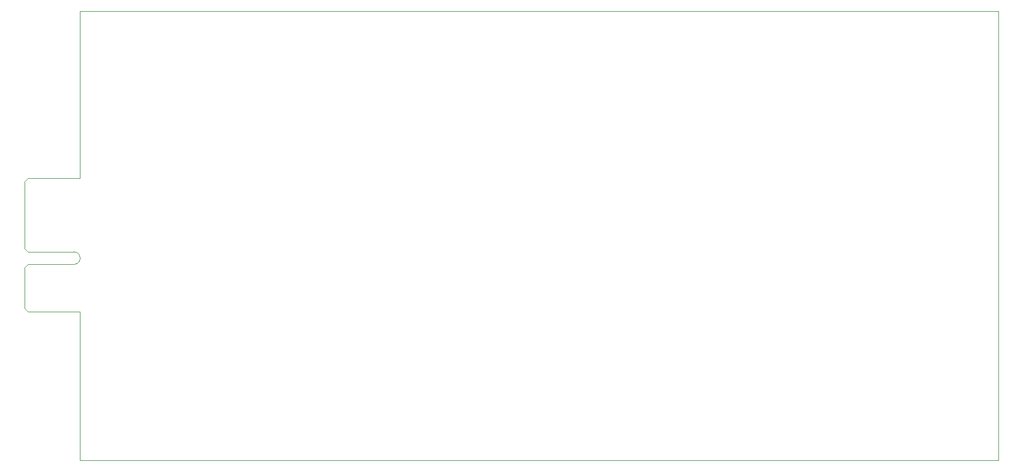
<source format=gbr>
%TF.GenerationSoftware,KiCad,Pcbnew,(6.0.0-0)*%
%TF.CreationDate,2022-05-04T11:48:18-04:00*%
%TF.ProjectId,ADC-Backplane,4144432d-4261-4636-9b70-6c616e652e6b,rev?*%
%TF.SameCoordinates,Original*%
%TF.FileFunction,Profile,NP*%
%FSLAX46Y46*%
G04 Gerber Fmt 4.6, Leading zero omitted, Abs format (unit mm)*
G04 Created by KiCad (PCBNEW (6.0.0-0)) date 2022-05-04 11:48:18*
%MOMM*%
%LPD*%
G01*
G04 APERTURE LIST*
%TA.AperFunction,Profile*%
%ADD10C,0.100000*%
%TD*%
G04 APERTURE END LIST*
D10*
X223012000Y-131572000D02*
X223012000Y-63500000D01*
X83820000Y-109058000D02*
X83820000Y-131572000D01*
X83820000Y-88758000D02*
X83820000Y-63500000D01*
X223012000Y-131572000D02*
X83820000Y-131572000D01*
X83820000Y-63500000D02*
X223012000Y-63500000D01*
%TO.C,J15*%
X82870000Y-101858000D02*
G75*
G03*
X82870000Y-99958000I0J950000D01*
G01*
X75920000Y-109058000D02*
X75420000Y-108558000D01*
X75920000Y-101858000D02*
X75420000Y-102358000D01*
X75920000Y-99958000D02*
X75420000Y-99458000D01*
X75920000Y-88758000D02*
X75420000Y-89258000D01*
X75420000Y-102358000D02*
X75420000Y-108558000D01*
X83820000Y-109058000D02*
X75920000Y-109058000D01*
X75420000Y-89258000D02*
X75420000Y-99458000D01*
X83820000Y-88758000D02*
X75920000Y-88758000D01*
X82870000Y-101858000D02*
X75920000Y-101858000D01*
X82870000Y-99958000D02*
X75920000Y-99958000D01*
%TD*%
M02*

</source>
